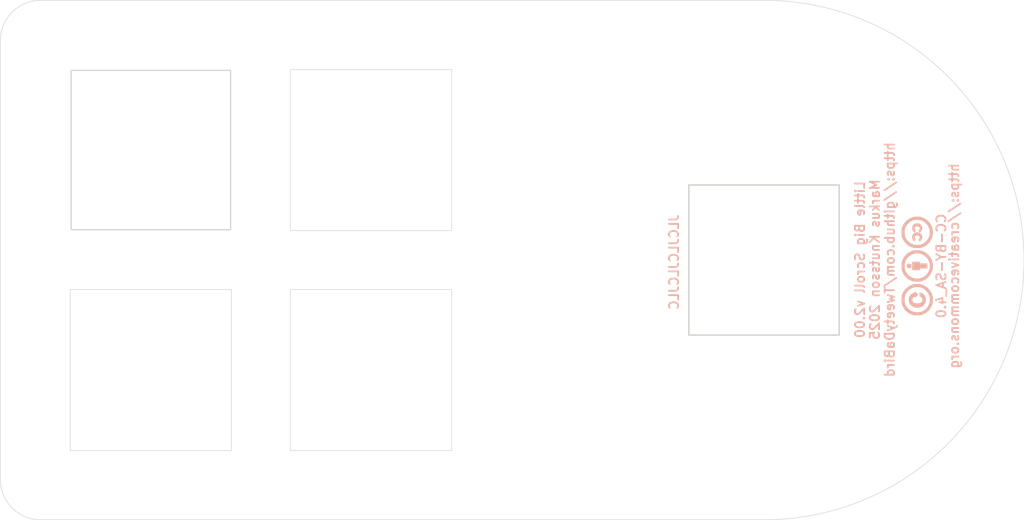
<source format=kicad_pcb>
(kicad_pcb (version 20241229) (generator "pcbnew") (generator_version "9.0")
  (title_block (title "LBS 4 - Front Plate") (date "2025-03-25") (rev "v2.00") (company "Markus Knutsson <markus.knutsson@tweety.se>") (comment 1 "https://github.com/TweetyDaBird") (comment 2 "Licensed under Creative Commons Attribution-ShareAlike 4.0 International"))
  (layers (0 "F.Cu" signal) (2 "B.Cu" signal) (13 "F.Paste" user) (15 "B.Paste" user) (5 "F.SilkS" user) (7 "B.SilkS" user) (1 "F.Mask" user) (3 "B.Mask" user) (25 "Edge.Cuts" user))
  (net 0 "")
  (footprint "Keyboard_Plate:SW_MX_Plate_Placeholder_nodrill_NOBORDER" (layer "F.Cu") (at 166.33 102.03)
    (property "Reference" "SW1" (hide yes))
    (property "Value" "SW_Push" (hide yes))
    (fp_line (start -6.9 -6.9) (end -6.9 6.9) (stroke (width 0.1)) (layer "Edge.Cuts"))
    (fp_line (start -6.9 6.9) (end 6.9 6.9) (stroke (width 0.1)) (layer "Edge.Cuts"))
    (fp_line (start 6.9 -6.9) (end -6.9 -6.9) (stroke (width 0.1)) (layer "Edge.Cuts"))
    (fp_line (start 6.9 6.9) (end 6.9 -6.9) (stroke (width 0.1)) (layer "Edge.Cuts"))
  )
  (footprint "Keyboard_Plate:SW_MX_Plate_Placeholder_nodrill_NOBORDER" (layer "F.Cu") (at 185.38 102.03)
    (property "Reference" "SW2" (hide yes))
    (property "Value" "SW_Push" (hide yes))
    (fp_rect (start -6.975 -6.975) (end 6.975 6.975) (stroke (width 0.05)) (fill no) (layer "Edge.Cuts"))
  )
  (footprint "Keyboard_Plate:SW_MX_Plate_Placeholder_nodrill_NOBORDER" (layer "F.Cu") (at 166.33 121.08)
    (property "Reference" "SW3" (hide yes))
    (property "Value" "SW_Push" (hide yes))
    (fp_rect (start -6.975 -6.975) (end 6.975 6.975) (stroke (width 0.05)) (fill no) (layer "Edge.Cuts"))
  )
  (footprint "Keyboard_Plate:SW_MX_Plate_Placeholder_nodrill_NOBORDER" (layer "F.Cu") (at 185.38 121.08)
    (property "Reference" "SW4" (hide yes))
    (property "Value" "SW_Push" (hide yes))
    (fp_rect (start -6.975 -6.975) (end 6.975 6.975) (stroke (width 0.05)) (fill no) (layer "Edge.Cuts"))
  )
  (footprint "Keyboard Encoders:Encoder_Plate_Placeholder_nodrill" (layer "F.Cu") (at 219.38 111.555 180)
    (property "Reference" "SW7" (hide yes))
    (property "Value" "Rotary_Encoder_Switch" (hide yes))
    (fp_line (start 6.5 6.5) (end -6.5 6.5) (stroke (width 0.12)) (layer "Edge.Cuts"))
    (fp_line (start 6.5 -6.5) (end 6.5 6.5) (stroke (width 0.12)) (layer "Edge.Cuts"))
    (fp_line (start -6.5 6.5) (end -6.5 -6.5) (stroke (width 0.12)) (layer "Edge.Cuts"))
    (fp_line (start -6.5 -6.5) (end 6.5 -6.5) (stroke (width 0.12)) (layer "Edge.Cuts"))
  )
  (footprint "Keyboard_Plate:Spacer Plate hole" (layer "F.Cu") (at 175.855 95.005)
    (property "Reference" "H1" (hide yes))
    (property "Value" "Hole" (hide yes))
    (pad "" np_thru_hole circle (at 0 0) (size 2.5 2.5) (drill 2.5) (layers "*.Cu" "*.Mask"))
  )
  (footprint "Keyboard_Plate:Spacer Plate hole" (layer "F.Cu") (at 227.38 97.698594)
    (property "Reference" "H2" (hide yes))
    (property "Value" "Hole" (hide yes))
    (pad "" np_thru_hole circle (at 0 0) (size 2.5 2.5) (drill 2.5) (layers "*.Cu" "*.Mask"))
  )
  (footprint "Keyboard_Plate:Spacer Plate hole" (layer "F.Cu") (at 227.38 125.411406)
    (property "Reference" "H3" (hide yes))
    (property "Value" "Hole" (hide yes))
    (pad "" np_thru_hole circle (at 0 0) (size 2.5 2.5) (drill 2.5) (layers "*.Cu" "*.Mask"))
  )
  (footprint "Keyboard_Plate:Spacer Plate hole" (layer "F.Cu") (at 175.855 128.105)
    (property "Reference" "H4" (hide yes))
    (property "Value" "Hole" (hide yes))
    (pad "" np_thru_hole circle (at 0 0) (size 2.5 2.5) (drill 2.5) (layers "*.Cu" "*.Mask"))
  )
  (footprint "Logotypes:CC_BY_SA_40" (layer "B.Cu") (at 233.56 112.11 -90)
    (property "Reference" "Lic1" (hide yes))
    (property "Value" "CC-BY-SA_4.0" (at -0.041555 -1.16 90) (layer "B.SilkS") (effects (font (size 0.8 0.8)) (justify mirror)))
    (fp_poly (pts (xy -0.008247 1.810637) (xy 0.015762 1.808152) (xy 0.035917 1.802684) (xy 0.057538 1.793148) (xy 0.064578 1.789601) (xy 0.099906 1.7674) (xy 0.125046 1.740918) (xy 0.14144 1.70758) (xy 0.150529 1.664813) (xy 0.153175 1.631372) (xy 0.153555 1.593754) (xy 0.151636 1.559446) (xy 0.147731 1.533797) (xy 0.147359 1.532343) (xy 0.13232 1.499676) (xy 0.107019 1.468478) (xy 0.0755 1.442672) (xy 0.041805 1.426184) (xy 0.036429 1.42466) (xy 0.002203 1.419237) (xy -0.039229 1.417265) (xy -0.081268 1.418724) (xy -0.117315 1.423592) (xy -0.124094 1.425199) (xy -0.148417 1.436259) (xy -0.175765 1.456063) (xy -0.186918 1.466177) (xy -0.209239 1.491076) (xy -0.224314 1.517069) (xy -0.233124 1.547461) (xy -0.236654 1.585557) (xy -0.236032 1.631372) (xy -0.230855 1.68151) (xy -0.219294 1.720574) (xy -0.199907 1.751139) (xy -0.171253 1.775778) (xy -0.147435 1.789601) (xy -0.124451 1.80047) (xy -0.104421 1.806968) (xy -0.082028 1.810179) (xy -0.051951 1.811189) (xy -0.041428 1.811224) (xy -0.008247 1.810637)) (stroke (width 0.01)) (fill yes) (layer "B.SilkS"))
    (fp_poly (pts (xy 0.037166 1.358141) (xy 0.10256 1.357943) (xy 0.156064 1.357421) (xy 0.198991 1.356415) (xy 0.232655 1.354768) (xy 0.258368 1.35232) (xy 0.277442 1.348915) (xy 0.29119 1.344393) (xy 0.300925 1.338596) (xy 0.307958 1.331366) (xy 0.313604 1.322545) (xy 0.317677 1.314866) (xy 0.320463 1.307632) (xy 0.32275 1.296834) (xy 0.324585 1.281131) (xy 0.326014 1.259181) (xy 0.327082 1.229641) (xy 0.327838 1.19117) (xy 0.328325 1.142427) (xy 0.328592 1.082069) (xy 0.328684 1.008754) (xy 0.328686 0.995675) (xy 0.328686 0.697771) (xy 0.176434 0.697771) (xy 0.174545 0.369386) (xy 0.172657 0.041) (xy -0.038297 0.039078) (xy -0.092244 0.038752) (xy -0.141432 0.038772) (xy -0.184004 0.039111) (xy -0.218099 0.039743) (xy -0.241861 0.040643) (xy -0.25343 0.041784) (xy -0.254197 0.042102) (xy -0.25522 0.050163) (xy -0.256171 0.071258) (xy -0.257028 0.103905) (xy -0.25777 0.146625) (xy -0.258374 0.197937) (xy -0.258818 0.25636) (xy -0.259079 0.320414) (xy -0.259143 0.372409) (xy -0.259143 0.697771) (xy -0.411543 0.697771) (xy -0.411543 0.995675) (xy -0.411475 1.071196) (xy -0.411239 1.133546) (xy -0.41079 1.184065) (xy -0.410081 1.224096) (xy -0.409066 1.25498) (xy -0.407698 1.27806) (xy -0.405931 1.294677) (xy -0.40372 1.306172) (xy -0.401017 1.313888) (xy -0.400534 1.314866) (xy -0.39507 1.324972) (xy -0.389193 1.33337) (xy -0.381591 1.340216) (xy -0.37095 1.34567) (xy -0.355959 1.34989) (xy -0.335304 1.353034) (xy -0.307674 1.355261) (xy -0.271755 1.356729) (xy -0.226235 1.357595) (xy -0.169801 1.358019) (xy -0.101141 1.358158) (xy -0.041428 1.358171) (xy 0.037166 1.358141)) (stroke (width 0.01)) (fill yes) (layer "B.SilkS"))
    (fp_poly (pts (xy -2.516114 1.356123) (xy -2.4467 1.349329) (xy -2.387015 1.335194) (xy -2.333734 1.312719) (xy -2.296787 1.290347) (xy -2.271649 1.270987) (xy -2.245306 1.247145) (xy -2.220136 1.221433) (xy -2.198517 1.196465) (xy -2.182827 1.174853) (xy -2.175441 1.159209) (xy -2.175168 1.156706) (xy -2.180648 1.148247) (xy -2.19741 1.135587) (xy -2.22615 1.118268) (xy -2.267564 1.095833) (xy -2.269193 1.09498) (xy -2.363079 1.045874) (xy -2.393159 1.086592) (xy -2.425063 1.121679) (xy -2.460248 1.143617) (xy -2.501248 1.153748) (xy -2.52179 1.154812) (xy -2.570586 1.148715) (xy -2.611786 1.130512) (xy -2.644468 1.100984) (xy -2.66771 1.060913) (xy -2.678937 1.021518) (xy -2.681579 0.997627) (xy -2.683145 0.964172) (xy -2.683614 0.926067) (xy -2.682969 0.888225) (xy -2.681191 0.855558) (xy -2.679622 0.84083) (xy -2.668683 0.802599) (xy -2.648279 0.765555) (xy -2.621341 0.73365) (xy -2.590803 0.710835) (xy -2.579142 0.705474) (xy -2.55244 0.699722) (xy -2.518191 0.698061) (xy -2.482726 0.700332) (xy -2.452376 0.706379) (xy -2.445504 0.708789) (xy -2.430415 0.716698) (xy -2.415505 0.729129) (xy -2.398779 0.748278) (xy -2.378243 0.77634) (xy -2.360888 0.801928) (xy -2.356569 0.806888) (xy -2.350483 0.808782) (xy -2.340429 0.806908) (xy -2.324207 0.800564) (xy -2.299619 0.789046) (xy -2.264463 0.771654) (xy -2.261669 0.770258) (xy -2.228816 0.753761) (xy -2.200903 0.739596) (xy -2.18036 0.729008) (xy -2.169618 0.72324) (xy -2.168652 0.722621) (xy -2.169818 0.71458) (xy -2.178965 0.698625) (xy -2.194086 0.677375) (xy -2.213179 0.65345) (xy -2.234238 0.629468) (xy -2.255257 0.608051) (xy -2.259017 0.604546) (xy -2.318818 0.558688) (xy -2.385086 0.523925) (xy -2.439625 0.505587) (xy -2.477086 0.499183) (xy -2.522791 0.496008) (xy -2.570811 0.496161) (xy -2.615219 0.499738) (xy -2.632228 0.502449) (xy -2.700098 0.522355) (xy -2.763203 0.554219) (xy -2.819348 0.596406) (xy -2.866338 0.647283) (xy -2.900373 0.701924) (xy -2.921479 0.750341) (xy -2.935695 0.797989) (xy -2.94397 0.849405) (xy -2.947258 0.909127) (xy -2.947413 0.926371) (xy -2.94438 1.000853) (xy -2.934434 1.06461) (xy -2.916664 1.120133) (xy -2.890161 1.169911) (xy -2.854014 1.216435) (xy -2.833695 1.237628) (xy -2.778467 1.285415) (xy -2.721787 1.320276) (xy -2.661257 1.343106) (xy -2.594479 1.3548) (xy -2.519054 1.356252) (xy -2.516114 1.356123)) (stroke (width 0.01)) (fill yes) (layer "B.SilkS"))
    (fp_poly (pts (xy -3.243366 1.352482) (xy -3.170065 1.335739) (xy -3.104734 1.308278) (xy -3.066782 1.284533) (xy -3.041582 1.263871) (xy -3.016778 1.239445) (xy -2.994178 1.213616) (xy -2.975588 1.188745) (xy -2.962815 1.167192) (xy -2.957666 1.151319) (xy -2.959743 1.14469) (xy -2.966781 1.140652) (xy -2.984334 1.131127) (xy -3.010065 1.117368) (xy -3.041634 1.100629) (xy -3.056287 1.092899) (xy -3.092968 1.073751) (xy -3.118977 1.060806) (xy -3.136385 1.053321) (xy -3.147264 1.050554) (xy -3.153686 1.051761) (xy -3.157723 1.056201) (xy -3.157887 1.056473) (xy -3.187 1.098888) (xy -3.217052 1.128319) (xy -3.250258 1.146244) (xy -3.288835 1.154136) (xy -3.305562 1.154812) (xy -3.350018 1.149828) (xy -3.386755 1.133813) (xy -3.417197 1.105778) (xy -3.442767 1.064736) (xy -3.446454 1.057) (xy -3.453663 1.039634) (xy -3.458473 1.022352) (xy -3.46135 1.001616) (xy -3.462759 0.973887) (xy -3.463168 0.935627) (xy -3.463171 0.93) (xy -3.462854 0.890183) (xy -3.461591 0.861334) (xy -3.458917 0.839913) (xy -3.454367 0.822382) (xy -3.447475 0.805202) (xy -3.446471 0.803) (xy -3.423808 0.764173) (xy -3.395724 0.732114) (xy -3.365414 0.710338) (xy -3.35999 0.707792) (xy -3.325824 0.699175) (xy -3.285836 0.698132) (xy -3.246405 0.704374) (xy -3.220168 0.7141) (xy -3.196558 0.730946) (xy -3.171947 0.755947) (xy -3.150897 0.783851) (xy -3.138348 0.808278) (xy -3.131901 0.810156) (xy -3.115467 0.805505) (xy -3.088174 0.794012) (xy -3.055748 0.778611) (xy -3.015752 0.759005) (xy -2.987219 0.744455) (xy -2.968679 0.733437) (xy -2.958661 0.724422) (xy -2.955693 0.715883) (xy -2.958306 0.706292) (xy -2.965027 0.694123) (xy -2.968585 0.688109) (xy -2.989227 0.659788) (xy -3.018873 0.627885) (xy -3.053778 0.59576) (xy -3.090197 0.566769) (xy -3.124386 0.544272) (xy -3.135623 0.538313) (xy -3.208504 0.510812) (xy -3.28561 0.496692) (xy -3.365072 0.496162) (xy -3.428513 0.50554) (xy -3.488911 0.525259) (xy -3.548195 0.556771) (xy -3.602787 0.597567) (xy -3.649108 0.645137) (xy -3.671515 0.676) (xy -3.683983 0.699137) (xy -3.697714 0.730047) (xy -3.709992 0.762547) (xy -3.711388 0.766714) (xy -3.719487 0.793057) (xy -3.724964 0.816604) (xy -3.728326 0.841434) (xy -3.730081 0.871626) (xy -3.730736 0.911257) (xy -3.730786 0.922743) (xy -3.728003 0.99826) (xy -3.718599 1.062787) (xy -3.701717 1.118654) (xy -3.676498 1.168191) (xy -3.642086 1.213729) (xy -3.612549 1.244022) (xy -3.553499 1.291822) (xy -3.491444 1.326129) (xy -3.424419 1.347719) (xy -3.350453 1.357366) (xy -3.32309 1.358064) (xy -3.243366 1.352482)) (stroke (width 0.01)) (fill yes) (layer "B.SilkS"))
    (fp_poly (pts (xy 2.926022 1.651376) (xy 3.024018 1.638898) (xy 3.07798 1.626859) (xy 3.140861 1.606141) (xy 3.205826 1.576626) (xy 3.268999 1.540591) (xy 3.3265 1.500311) (xy 3.374452 1.458061) (xy 3.385369 1.446489) (xy 3.423185 1.398898) (xy 3.460707 1.341614) (xy 3.495292 1.279265) (xy 3.524295 1.21648) (xy 3.53882 1.17787) (xy 3.556121 1.112329) (xy 3.567883 1.037315) (xy 3.574001 0.95681) (xy 3.574369 0.8748) (xy 3.568882 0.795268) (xy 3.557437 0.722199) (xy 3.551491 0.696909) (xy 3.519188 0.599912) (xy 3.475356 0.510698) (xy 3.420785 0.430069) (xy 3.356263 0.358826) (xy 3.282577 0.29777) (xy 3.200517 0.247702) (xy 3.11087 0.209424) (xy 3.05567 0.192931) (xy 3.00771 0.183225) (xy 2.952305 0.176015) (xy 2.894108 0.171583) (xy 2.83777 0.17021) (xy 2.787944 0.172179) (xy 2.762686 0.175151) (xy 2.67688 0.195593) (xy 2.594728 0.228072) (xy 2.51805 0.271305) (xy 2.448667 0.32401) (xy 2.388399 0.384905) (xy 2.339066 0.452708) (xy 2.319989 0.486965) (xy 2.305521 0.519513) (xy 2.290958 0.55888) (xy 2.27745 0.601153) (xy 2.266145 0.642421) (xy 2.258193 0.67877) (xy 2.254744 0.706289) (xy 2.254686 0.709258) (xy 2.256472 0.712554) (xy 2.262886 0.715041) (xy 2.275514 0.716795) (xy 2.295941 0.717893) (xy 2.325752 0.71841) (xy 2.366533 0.718423) (xy 2.419869 0.718006) (xy 2.4343 0.717855) (xy 2.613914 0.715914) (xy 2.615091 0.692493) (xy 2.621854 0.65407) (xy 2.63697 0.612557) (xy 2.657913 0.574469) (xy 2.664392 0.565416) (xy 2.699091 0.531252) (xy 2.743663 0.504569) (xy 2.795239 0.485895) (xy 2.85095 0.475758) (xy 2.907928 0.474688) (xy 2.963304 0.483212) (xy 3.012879 0.501199) (xy 3.06281 0.532539) (xy 3.105137 0.574056) (xy 3.140539 0.626685) (xy 3.169696 0.691363) (xy 3.185113 0.738542) (xy 3.191325 0.761776) (xy 3.195769 0.783755) (xy 3.198724 0.807623) (xy 3.200468 0.836526) (xy 3.201281 0.873607) (xy 3.20144 0.922011) (xy 3.201439 0.922743) (xy 3.200491 0.98641) (xy 3.197513 1.038723) (xy 3.192004 1.082761) (xy 3.183461 1.121603) (xy 3.17138 1.158328) (xy 3.157695 1.19075) (xy 3.125704 1.245065) (xy 3.084906 1.287986) (xy 3.035798 1.319257) (xy 2.97888 1.338624) (xy 2.914649 1.345829) (xy 2.860863 1.34297) (xy 2.817995 1.336821) (xy 2.784672 1.328958) (xy 2.755927 1.317911) (xy 2.730412 1.304351) (xy 2.6901 1.273499) (xy 2.656081 1.233431) (xy 2.631385 1.18825) (xy 2.621481 1.156786) (xy 2.61639 1.1332) (xy 2.664138 1.1332) (xy 2.690108 1.13266) (xy 2.704659 1.130493) (xy 2.710863 1.125878) (xy 2.711886 1.120426) (xy 2.706896 1.111906) (xy 2.693048 1.095102) (xy 2.67202 1.071704) (xy 2.645492 1.0434) (xy 2.615144 1.01188) (xy 2.582654 0.978833) (xy 2.549703 0.945949) (xy 2.51797 0.914916) (xy 2.489134 0.887423) (xy 2.464875 0.865161) (xy 2.446872 0.849817) (xy 2.436804 0.843082) (xy 2.435969 0.842914) (xy 2.427528 0.847935) (xy 2.410855 0.861871) (xy 2.387628 0.883032) (xy 2.359526 0.909728) (xy 2.328225 0.940268) (xy 2.295405 0.972963) (xy 2.262742 1.006122) (xy 2.231914 1.038055) (xy 2.2046 1.067072) (xy 2.182476 1.091482) (xy 2.167221 1.109597) (xy 2.160513 1.119724) (xy 2.160343 1.120572) (xy 2.16224 1.127131) (xy 2.16988 1.130963) (xy 2.186185 1.132757) (xy 2.213947 1.1332) (xy 2.267552 1.1332) (xy 2.272459 1.165922) (xy 2.281121 1.205192) (xy 2.295752 1.251724) (xy 2.314597 1.300489) (xy 2.334478 1.343657) (xy 2.379798 1.417968) (xy 2.435421 1.482847) (xy 2.500284 1.537888) (xy 2.573325 1.582688) (xy 2.653482 1.616841) (xy 2.739692 1.639943) (xy 2.830893 1.65159) (xy 2.926022 1.651376)) (stroke (width 0.01)) (fill yes) (layer "B.SilkS"))
    (fp_poly (pts (xy -2.889956 2.279658) (xy -2.836071 2.279349) (xy -2.792615 2.278689) (xy -2.757545 2.277578) (xy -2.728818 2.275918) (xy -2.704393 2.273608) (xy -2.682225 2.270551) (xy -2.660274 2.266646) (xy -2.651511 2.264909) (xy -2.529263 2.232956) (xy -2.408913 2.187364) (xy -2.291811 2.128995) (xy -2.17931 2.058713) (xy -2.072758 1.977383) (xy -1.973507 1.885868) (xy -1.882906 1.785033) (xy -1.863753 1.761023) (xy -1.788117 1.652511) (xy -1.723004 1.53485) (xy -1.669125 1.409587) (xy -1.62719 1.278269) (xy -1.610973 1.211049) (xy -1.60628 1.180323) (xy -1.602522 1.137696) (xy -1.599698 1.085754) (xy -1.597805 1.027081) (xy -1.596841 0.96426) (xy -1.596803 0.899877) (xy -1.597689 0.836515) (xy -1.599498 0.776759) (xy -1.602226 0.723192) (xy -1.605871 0.678399) (xy -1.610431 0.644965) (xy -1.611486 0.639714) (xy -1.64833 0.502846) (xy -1.697853 0.373029) (xy -1.760018 0.250329) (xy -1.834791 0.13481) (xy -1.922136 0.026539) (xy -1.977197 -0.031573) (xy -2.017604 -0.070411) (xy -2.05742 -0.105987) (xy -2.094141 -0.136204) (xy -2.125263 -0.158966) (xy -2.140582 -0.168378) (xy -2.153333 -0.17599) (xy -2.174837 -0.189472) (xy -2.201731 -0.206696) (xy -2.2222 -0.219995) (xy -2.310664 -0.27199) (xy -2.408928 -0.319453) (xy -2.512533 -0.360573) (xy -2.617024 -0.393538) (xy -2.695054 -0.41218) (xy -2.720194 -0.416909) (xy -2.74449 -0.420516) (xy -2.770395 -0.423134) (xy -2.800359 -0.424896) (xy -2.836835 -0.425933) (xy -2.882273 -0.426378) (xy -2.939125 -0.426364) (xy -2.956311 -0.426301) (xy -3.02893 -0.425541) (xy -3.090934 -0.423942) (xy -3.141262 -0.421549) (xy -3.178851 -0.418409) (xy -3.196061 -0.415968) (xy -3.315957 -0.387364) (xy -3.43614 -0.345794) (xy -3.553692 -0.292449) (xy -3.665697 -0.228517) (xy -3.682904 -0.217388) (xy -3.710295 -0.199588) (xy -3.733078 -0.185202) (xy -3.748635 -0.175855) (xy -3.754231 -0.173086) (xy -3.76255 -0.168486) (xy -3.779222 -0.155996) (xy -3.801941 -0.137581) (xy -3.828405 -0.115206) (xy -3.85631 -0.090837) (xy -3.883353 -0.066438) (xy -3.907229 -0.043976) (xy -3.917738 -0.033602) (xy -4.01181 0.071154) (xy -4.093833 0.183344) (xy -4.164092 0.303483) (xy -4.222875 0.432087) (xy -4.270467 0.56967) (xy -4.287751 0.632457) (xy -4.292499 0.652455) (xy -4.296273 0.672454) (xy -4.299223 0.69457) (xy -4.301496 0.72092) (xy -4.303243 0.753618) (xy -4.304611 0.794783) (xy -4.305751 0.846529) (xy -4.30666 0.900971) (xy -4.3071 0.931463) (xy -4.047591 0.931463) (xy -4.041307 0.809705) (xy -4.021376 0.689797) (xy -3.988105 0.573249) (xy -3.941798 0.46157) (xy -3.907348 0.3966) (xy -3.852121 0.309332) (xy -3.791283 0.229955) (xy -3.722657 0.156138) (xy -3.644069 0.085555) (xy -3.553342 0.015876) (xy -3.548075 0.012108) (xy -3.510451 -0.012046) (xy -3.463154 -0.038394) (xy -3.410392 -0.064888) (xy -3.356376 -0.089484) (xy -3.305315 -0.110137) (xy -3.27434 -0.120912) (xy -3.192173 -0.141907) (xy -3.100565 -0.156307) (xy -3.003126 -0.163866) (xy -2.903466 -0.164341) (xy -2.805194 -0.157487) (xy -2.779827 -0.154409) (xy -2.689657 -0.13874) (xy -2.606875 -0.116033) (xy -2.525331 -0.08449) (xy -2.497971 -0.07199) (xy -2.386123 -0.011803) (xy -2.28226 0.058915) (xy -2.187447 0.139136) (xy -2.102745 0.22783) (xy -2.02922 0.323968) (xy -1.967933 0.426522) (xy -1.953871 0.454657) (xy -1.934342 0.498817) (xy -1.915189 0.548259) (xy -1.897893 0.598623) (xy -1.883936 0.645546) (xy -1.874798 0.684668) (xy -1.873784 0.690514) (xy -1.869829 0.713909) (xy -1.866255 0.733244) (xy -1.865337 0.737686) (xy -1.862637 0.757942) (xy -1.86048 0.789639) (xy -1.858895 0.829713) (xy -1.85791 0.875101) (xy -1.857555 0.922737) (xy -1.857859 0.969559) (xy -1.858852 1.012502) (xy -1.860561 1.048501) (xy -1.862196 1.067886) (xy -1.882337 1.185826) (xy -1.91622 1.300875) (xy -1.963162 1.411751) (xy -2.022478 1.517175) (xy -2.093488 1.615867) (xy -2.175507 1.706545) (xy -2.229457 1.756347) (xy -2.320078 1.828988) (xy -2.409269 1.888728) (xy -2.499173 1.936356) (xy -2.591932 1.97266) (xy -2.689689 1.998429) (xy -2.794588 2.01445) (xy -2.90877 2.021513) (xy -2.951543 2.022014) (xy -3.060483 2.018472) (xy -3.159227 2.007461) (xy -3.250321 1.988462) (xy -3.336311 1.960957) (xy -3.412371 1.928048) (xy -3.51939 1.868076) (xy -3.619747 1.796013) (xy -3.712336 1.713176) (xy -3.796051 1.620884) (xy -3.869787 1.520453) (xy -3.932438 1.413202) (xy -3.982898 1.300447) (xy -4.011907 1.213661) (xy -4.017878 1.192279) (xy -4.022503 1.173607) (xy -4.026368 1.154293) (xy -4.030059 1.130986) (xy -4.034164 1.100336) (xy -4.039268 1.058991) (xy -4.039926 1.053562) (xy -4.047591 0.931463) (xy -4.3071 0.931463) (xy -4.307538 0.961808) (xy -4.308021 1.010446) (xy -4.307991 1.0492) (xy -4.307328 1.080382) (xy -4.305914 1.106306) (xy -4.303628 1.129286) (xy -4.300353 1.151635) (xy -4.295969 1.175666) (xy -4.291323 1.198938) (xy -4.257096 1.331441) (xy -4.209366 1.459527) (xy -4.148678 1.582433) (xy -4.075575 1.699397) (xy -3.990602 1.809657) (xy -3.894302 1.912448) (xy -3.78722 2.007009) (xy -3.6699 2.092577) (xy -3.640102 2.111803) (xy -3.563701 2.154807) (xy -3.477688 2.194409) (xy -3.386888 2.228685) (xy -3.296129 2.255711) (xy -3.254677 2.2654) (xy -3.233819 2.26947) (xy -3.212775 2.272697) (xy -3.189555 2.275176) (xy -3.162173 2.277004) (xy -3.12864 2.278275) (xy -3.086969 2.279086) (xy -3.035172 2.27953) (xy -2.971261 2.279704) (xy -2.956311 2.279715) (xy -2.889956 2.279658)) (stroke (width 0.01)) (fill yes) (layer "B.SilkS"))
    (fp_poly (pts (xy 0.026093 2.279569) (xy 0.08757 2.278896) (xy 0.13898 2.277462) (xy 0.182545 2.275036) (xy 0.220489 2.271384) (xy 0.255032 2.266274) (xy 0.288397 2.259472) (xy 0.322806 2.250746) (xy 0.360483 2.239863) (xy 0.375139 2.235413) (xy 0.461392 2.205654) (xy 0.543829 2.169924) (xy 0.625625 2.126581) (xy 0.709954 2.073985) (xy 0.775 2.02876) (xy 0.811688 2.000214) (xy 0.853513 1.964304) (xy 0.897507 1.923893) (xy 0.940697 1.881842) (xy 0.980114 1.841013) (xy 1.012785 1.804267) (xy 1.028549 1.784529) (xy 1.048709 1.757774) (xy 1.07054 1.728986) (xy 1.08001 1.716569) (xy 1.120058 1.65844) (xy 1.16002 1.589878) (xy 1.197981 1.514846) (xy 1.23203 1.437309) (xy 1.260251 1.361231) (xy 1.275171 1.312228) (xy 1.286862 1.26796) (xy 1.296175 1.22843) (xy 1.303334 1.191191) (xy 1.308563 1.153794) (xy 1.312086 1.113792) (xy 1.314127 1.068737) (xy 1.314909 1.016182) (xy 1.314656 0.953679) (xy 1.313782 0.890086) (xy 1.312685 0.827921) (xy 1.311546 0.778069) (xy 1.310195 0.738327) (xy 1.308464 0.706494) (xy 1.306183 0.680367) (xy 1.303182 0.657745) (xy 1.299294 0.636427) (xy 1.294348 0.61421) (xy 1.291756 0.603428) (xy 1.252961 0.471059) (xy 1.202989 0.347416) (xy 1.141144 0.231183) (xy 1.066728 0.121043) (xy 0.982277 0.019228) (xy 0.903633 -0.059058) (xy 0.813629 -0.134259) (xy 0.715377 -0.204355) (xy 0.611993 -0.267329) (xy 0.506589 -0.321164) (xy 0.402281 -0.363842) (xy 0.378443 -0.371976) (xy 0.327918 -0.387846) (xy 0.282176 -0.400421) (xy 0.238471 -0.410053) (xy 0.194059 -0.41709) (xy 0.146194 -0.421884) (xy 0.092131 -0.424784) (xy 0.029124 -0.426142) (xy -0.045572 -0.426307) (xy -0.04724 -0.426301) (xy -0.128041 -0.425472) (xy -0.19451 -0.423702) (xy -0.246601 -0.420991) (xy -0.284271 -0.417341) (xy -0.2953 -0.415617) (xy -0.394 -0.392362) (xy -0.496328 -0.358599) (xy -0.598166 -0.316092) (xy -0.695395 -0.266605) (xy -0.783897 -0.211905) (xy -0.804401 -0.197459) (xy -0.823498 -0.184209) (xy -0.837819 -0.175357) (xy -0.843071 -0.173086) (xy -0.851904 -0.168436) (xy -0.86907 -0.155762) (xy -0.892327 -0.136976) (xy -0.91943 -0.113992) (xy -0.948133 -0.088723) (xy -0.976194 -0.063082) (xy -1.001367 -0.038982) (xy -1.007082 -0.033285) (xy -1.103242 0.073476) (xy -1.187232 0.187642) (xy -1.258687 0.308555) (xy -1.317243 0.435559) (xy -1.362535 0.567998) (xy -1.380933 0.639714) (xy -1.385112 0.665874) (xy -1.388799 0.703952) (xy -1.391941 0.75136) (xy -1.394486 0.805508) (xy -1.396383 0.863807) (xy -1.397578 0.923668) (xy -1.397733 0.944421) (xy -1.137628 0.944421) (xy -1.135808 0.849765) (xy -1.12745 0.758765) (xy -1.112556 0.675205) (xy -1.103542 0.640415) (xy -1.062221 0.523536) (xy -1.00787 0.41192) (xy -0.941328 0.306556) (xy -0.863435 0.20843) (xy -0.77503 0.118533) (xy -0.676952 0.037851) (xy -0.570043 -0.032627) (xy -0.498935 -0.071144) (xy -0.423026 -0.10535) (xy -0.349576 -0.130146) (xy -0.272175 -0.14749) (xy -0.226486 -0.154446) (xy -0.157341 -0.16262) (xy -0.096707 -0.167401) (xy -0.039944 -0.16878) (xy 0.017586 -0.166748) (xy 0.080523 -0.161295) (xy 0.143629 -0.153717) (xy 0.235013 -0.137536) (xy 0.321391 -0.113058) (xy 0.405092 -0.079237) (xy 0.488447 -0.035026) (xy 0.573785 0.02062) (xy 0.637114 0.067846) (xy 0.735463 0.153198) (xy 0.821768 0.246186) (xy 0.895701 0.346432) (xy 0.936661 0.414743) (xy 0.966594 0.476022) (xy 0.993946 0.544871) (xy 1.01719 0.616559) (xy 1.034799 0.686354) (xy 1.045248 0.749525) (xy 1.045532 0.7522) (xy 1.048525 0.792715) (xy 1.050298 0.841891) (xy 1.050918 0.896606) (xy 1.050449 0.953736) (xy 1.048958 1.010156) (xy 1.04651 1.062745) (xy 1.043171 1.108379) (xy 1.039007 1.143933) (xy 1.037056 1.154971) (xy 1.006424 1.269003) (xy 0.962547 1.379421) (xy 0.906488 1.485025) (xy 0.839315 1.584615) (xy 0.762094 1.676991) (xy 0.67589 1.760951) (xy 0.581769 1.835297) (xy 0.480798 1.898828) (xy 0.374041 1.950343) (xy 0.309339 1.974426) (xy 0.237381 1.99385) (xy 0.155918 2.008139) (xy 0.068039 2.017287) (xy -0.023167 2.021285) (xy -0.11461 2.020127) (xy -0.203202 2.013805) (xy -0.285853 2.002311) (xy -0.359475 1.985638) (xy -0.389771 1.976118) (xy -0.495295 1.932043) (xy -0.598257 1.87488) (xy -0.696805 1.80604) (xy -0.789085 1.726932) (xy -0.873244 1.638967) (xy -0.934558 1.561678) (xy -0.973951 1.502) (xy -1.012462 1.433814) (xy -1.047894 1.361656) (xy -1.078047 1.29006) (xy -1.100723 1.223562) (xy -1.103845 1.212467) (xy -1.121649 1.129557) (xy -1.13291 1.038946) (xy -1.137628 0.944421) (xy -1.397733 0.944421) (xy -1.398019 0.982503) (xy -1.397655 1.037721) (xy -1.396433 1.086734) (xy -1.3943 1.126954) (xy -1.391334 1.154971) (xy -1.381584 1.208002) (xy -1.368503 1.265798) (xy -1.353475 1.322916) (xy -1.337886 1.373913) (xy -1.329922 1.396455) (xy -1.311559 1.441003) (xy -1.288259 1.491075) (xy -1.261604 1.543812) (xy -1.233172 1.596353) (xy -1.204544 1.645838) (xy -1.177299 1.689406) (xy -1.153018 1.724196) (xy -1.140087 1.740169) (xy -1.129829 1.752403) (xy -1.113302 1.772796) (xy -1.093155 1.798059) (xy -1.07986 1.814916) (xy -1.012793 1.891097) (xy -0.933816 1.964993) (xy -0.845523 2.034818) (xy -0.750511 2.098784) (xy -0.651374 2.155103) (xy -0.550707 2.201989) (xy -0.47882 2.228874) (xy -0.437691 2.24221) (xy -0.400986 2.253002) (xy -0.366448 2.261517) (xy -0.331822 2.26802) (xy -0.294853 2.272778) (xy -0.253284 2.276056) (xy -0.204859 2.27812) (xy -0.147324 2.279237) (xy -0.078421 2.279672) (xy -0.047673 2.279715) (xy 0.026093 2.279569)) (stroke (width 0.01)) (fill yes) (layer "B.SilkS"))
    (fp_poly (pts (xy 2.94454 2.279734) (xy 2.997844 2.279382) (xy 3.040793 2.278668) (xy 3.075465 2.27749) (xy 3.103939 2.275743) (xy 3.128293 2.273323) (xy 3.150607 2.270128) (xy 3.172958 2.266054) (xy 3.178832 2.264879) (xy 3.280827 2.239555) (xy 3.37985 2.205195) (xy 3.477926 2.160839) (xy 3.577084 2.105527) (xy 3.679351 2.038301) (xy 3.720587 2.008594) (xy 3.764433 1.972956) (xy 3.813203 1.92767) (xy 3.864367 1.875543) (xy 3.9154 1.819382) (xy 3.963771 1.761994) (xy 4.006953 1.706186) (xy 4.042417 1.654765) (xy 4.049469 1.643437) (xy 4.073843 1.600336) (xy 4.100282 1.548614) (xy 4.126601 1.492966) (xy 4.15062 1.438088) (xy 4.170155 1.388675) (xy 4.177039 1.369057) (xy 4.190613 1.326737) (xy 4.201613 1.288304) (xy 4.210301 1.2515) (xy 4.216941 1.214067) (xy 4.221796 1.173748) (xy 4.225128 1.128283) (xy 4.227202 1.075416) (xy 4.228279 1.012888) (xy 4.228624 0.938442) (xy 4.228629 0.926371) (xy 4.228533 0.859916) (xy 4.228179 0.805942) (xy 4.227471 0.762418) (xy 4.226309 0.727313) (xy 4.224596 0.698595) (xy 4.222233 0.674233) (xy 4.219124 0.652195) (xy 4.215169 0.630449) (xy 4.214104 0.625147) (xy 4.181174 0.498686) (xy 4.134702 0.376364) (xy 4.074509 0.257832) (xy 4.000416 0.142738) (xy 3.913129 0.031757) (xy 3.865764 -0.021024) (xy 3.819902 -0.066771) (xy 3.771836 -0.108724) (xy 3.717857 -0.150123) (xy 3.655314 -0.193502) (xy 3.537108 -0.265438) (xy 3.415141 -0.326069) (xy 3.291613 -0.374416) (xy 3.169086 -0.409419) (xy 3.143138 -0.413562) (xy 3.105199 -0.417132) (xy 3.057782 -0.420095) (xy 3.003401 -0.422419) (xy 2.944569 -0.424071) (xy 2.8838 -0.425019) (xy 2.823606 -0.42523) (xy 2.7665 -0.424672) (xy 2.714997 -0.423311) (xy 2.671609 -0.421117) (xy 2.63885 -0.418055) (xy 2.628429 -0.416421) (xy 2.5248 -0.392008) (xy 2.420898 -0.358602) (xy 2.320366 -0.31768) (xy 2.22685 -0.270721) (xy 2.146827 -0.221172) (xy 2.121409 -0.203657) (xy 2.099551 -0.188742) (xy 2.084728 -0.178792) (xy 2.081518 -0.176714) (xy 2.045777 -0.151402) (xy 2.00386 -0.116977) (xy 1.958354 -0.075898) (xy 1.911847 -0.030622) (xy 1.866926 0.016391) (xy 1.826178 0.062685) (xy 1.814169 0.077286) (xy 1.729674 0.192936) (xy 1.65867 0.313601) (xy 1.601274 0.439038) (xy 1.557601 0.569008) (xy 1.538477 0.646971) (xy 1.533703 0.678431) (xy 1.52988 0.721749) (xy 1.527009 0.7743) (xy 1.52509 0.833461) (xy 1.524121 0.896605) (xy 1.524113 0.93) (xy 1.779914 0.93) (xy 1.784222 0.813092) (xy 1.797643 0.705954) (xy 1.820527 0.606785) (xy 1.853219 0.513788) (xy 1.866033 0.484552) (xy 1.886278 0.44522) (xy 1.913038 0.400101) (xy 1.944554 0.351586) (xy 1.979065 0.302066) (xy 2.014813 0.253931) (xy 2.050037 0.209572) (xy 2.082976 0.17138) (xy 2.111873 0.141745) (xy 2.129228 0.127017) (xy 2.149999 0.110813) (xy 2.175102 0.090108) (xy 2.193 0.074714) (xy 2.270086 0.014219) (xy 2.355185 -0.039445) (xy 2.445147 -0.084748) (xy 2.536824 -0.120163) (xy 2.627065 -0.14416) (xy 2.653829 -0.148974) (xy 2.75161 -0.161792) (xy 2.842501 -0.16764) (xy 2.9323 -0.166591) (xy 3.026807 -0.158718) (xy 3.063857 -0.154126) (xy 3.170228 -0.133737) (xy 3.271561 -0.101222) (xy 3.370293 -0.055696) (xy 3.431601 -0.020341) (xy 3.470763 0.005535) (xy 3.516233 0.038101) (xy 3.563739 0.07411) (xy 3.609009 0.110317) (xy 3.647769 0.143475) (xy 3.650766 0.146174) (xy 3.680189 0.175946) (xy 3.714515 0.215861) (xy 3.751755 0.263292) (xy 3.789917 0.31561) (xy 3.827012 0.370186) (xy 3.859613 0.422) (xy 3.870707 0.443418) (xy 3.88457 0.474482) (xy 3.899532 0.51102) (xy 3.913924 0.54886) (xy 3.926076 0.58383) (xy 3.931739 0.602194) (xy 3.948148 0.673073) (xy 3.960235 0.754025) (xy 3.967815 0.841209) (xy 3.970701 0.930785) (xy 3.968708 1.018914) (xy 3.961649 1.101755) (xy 3.957402 1.132318) (xy 3.932407 1.245264) (xy 3.893532 1.354846) (xy 3.841152 1.460428) (xy 3.775644 1.561372) (xy 3.697383 1.657039) (xy 3.606745 1.746794) (xy 3.582743 1.767768) (xy 3.482858 1.844782) (xy 3.379736 1.908333) (xy 3.274044 1.958034) (xy 3.219886 1.977754) (xy 3.146911 1.996993) (xy 3.064011 2.010684) (xy 2.974381 2.018859) (xy 2.881218 2.02155) (xy 2.787718 2.018789) (xy 2.697078 2.010608) (xy 2.612494 1.99704) (xy 2.537162 1.978115) (xy 2.514811 1.970677) (xy 2.466472 1.9513) (xy 2.413255 1.926489) (xy 2.359916 1.898712) (xy 2.311209 1.870439) (xy 2.273842 1.845574) (xy 2.237189 1.817492) (xy 2.197301 1.784762) (xy 2.156753 1.749704) (xy 2.118119 1.714642) (xy 2.083974 1.681898) (xy 2.05689 1.653794) (xy 2.042599 1.636947) (xy 1.977085 1.547989) (xy 1.922546 1.465347) (xy 1.878174 1.386854) (xy 1.843166 1.310343) (xy 1.816716 1.233649) (xy 1.79802 1.154604) (xy 1.786272 1.071044) (xy 1.780668 0.980801) (xy 1.779914 0.93) (xy 1.524113 0.93) (xy 1.524104 0.961108) (xy 1.525039 1.024345) (xy 1.526925 1.083692) (xy 1.529762 1.136524) (xy 1.533551 1.180215) (xy 1.538291 1.212142) (xy 1.538477 1.213028) (xy 1.57179 1.33619) (xy 1.618483 1.457966) (xy 1.67743 1.576592) (xy 1.747501 1.690308) (xy 1.827567 1.797351) (xy 1.916502 1.895959) (xy 2.013176 1.98437) (xy 2.052224 2.01532) (xy 2.131582 2.072859) (xy 2.206163 2.120704) (xy 2.279716 2.160907) (xy 2.35599 2.195521) (xy 2.437246 2.226085) (xy 2.479764 2.240254) (xy 2.518294 2.251729) (xy 2.555109 2.260785) (xy 2.592479 2.2677) (xy 2.632677 2.272749) (xy 2.677973 2.27621) (xy 2.730641 2.278358) (xy 2.79295 2.279471) (xy 2.867173 2.279824) (xy 2.8788 2.279828) (xy 2.94454 2.279734)) (stroke (width 0.01)) (fill yes) (layer "B.SilkS"))
    (fp_text user "https://creativecommons.org" (at -0.041555 -2.27 90) (layer "B.SilkS") (effects (font (size 0.8 0.8)) (justify mirror)))
  )
  (gr_arc (start 156.805 134.05) (mid 154.330126 133.024874) (end 153.305 130.55) (stroke (width 0.05)) (layer "Edge.Cuts"))
  (gr_line (start 156.805 134.05) (end 219.38 134.05) (stroke (width 0.05)) (layer "Edge.Cuts"))
  (gr_line (start 153.305 92.56) (end 153.305 130.55) (stroke (width 0.05)) (layer "Edge.Cuts"))
  (gr_arc (start 153.305 92.56) (mid 154.330126 90.085126) (end 156.805 89.06) (stroke (width 0.05)) (layer "Edge.Cuts"))
  (gr_line (start 156.805 89.06) (end 219.38 89.06) (stroke (width 0.05)) (layer "Edge.Cuts"))
  (gr_arc (start 219.38 89.06) (mid 241.875 111.555) (end 219.38 134.05) (stroke (width 0.05)) (layer "Edge.Cuts"))
  (gr_text "JLCJLCJLCJLC" (at 211.59 111.74 90) (layer "B.SilkS") (effects (font (size 0.8 0.8)) (justify mirror)))
  (gr_text "Little Big Scroll v2.00\nMarkus Knutsson 2025\nhttps://github.com/TweetyDaBird" (at 228.97 111.52 90) (layer "B.SilkS") (effects (font (size 0.8 0.8)) (justify mirror)))
)
</source>
